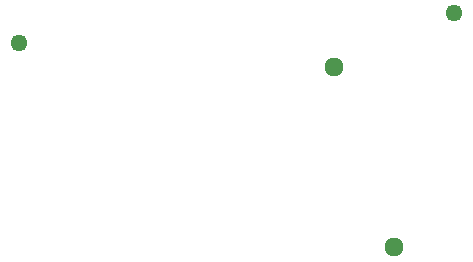
<source format=gbr>
%TF.GenerationSoftware,KiCad,Pcbnew,8.0.1*%
%TF.CreationDate,2024-03-29T07:39:29-07:00*%
%TF.ProjectId,V5LEDboard,56354c45-4462-46f6-9172-642e6b696361,rev?*%
%TF.SameCoordinates,Original*%
%TF.FileFunction,Soldermask,Bot*%
%TF.FilePolarity,Negative*%
%FSLAX46Y46*%
G04 Gerber Fmt 4.6, Leading zero omitted, Abs format (unit mm)*
G04 Created by KiCad (PCBNEW 8.0.1) date 2024-03-29 07:39:29*
%MOMM*%
%LPD*%
G01*
G04 APERTURE LIST*
G04 Aperture macros list*
%AMRoundRect*
0 Rectangle with rounded corners*
0 $1 Rounding radius*
0 $2 $3 $4 $5 $6 $7 $8 $9 X,Y pos of 4 corners*
0 Add a 4 corners polygon primitive as box body*
4,1,4,$2,$3,$4,$5,$6,$7,$8,$9,$2,$3,0*
0 Add four circle primitives for the rounded corners*
1,1,$1+$1,$2,$3*
1,1,$1+$1,$4,$5*
1,1,$1+$1,$6,$7*
1,1,$1+$1,$8,$9*
0 Add four rect primitives between the rounded corners*
20,1,$1+$1,$2,$3,$4,$5,0*
20,1,$1+$1,$4,$5,$6,$7,0*
20,1,$1+$1,$6,$7,$8,$9,0*
20,1,$1+$1,$8,$9,$2,$3,0*%
G04 Aperture macros list end*
%ADD10RoundRect,0.525000X-0.225000X-0.225000X0.225000X-0.225000X0.225000X0.225000X-0.225000X0.225000X0*%
%ADD11RoundRect,0.455000X-0.195000X-0.195000X0.195000X-0.195000X0.195000X0.195000X-0.195000X0.195000X0*%
G04 APERTURE END LIST*
D10*
%TO.C,TP4*%
X156210000Y-104140000D03*
%TD*%
%TO.C,TP3*%
X151130000Y-88900000D03*
%TD*%
D11*
%TO.C,TP2*%
X124460000Y-86918800D03*
%TD*%
%TO.C,TP1*%
X161290000Y-84378800D03*
%TD*%
M02*

</source>
